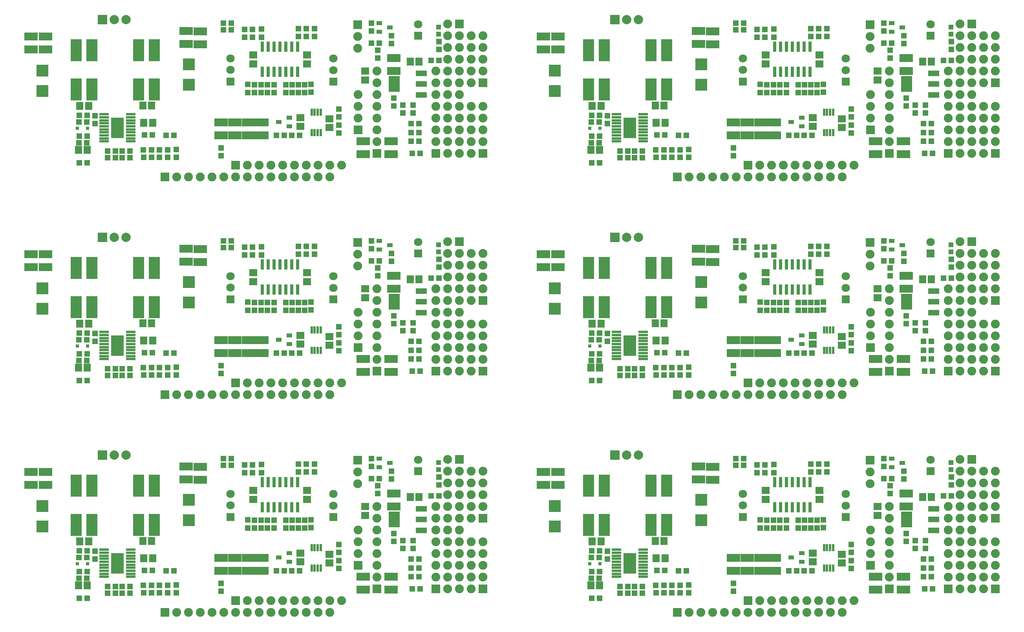
<source format=gbr>
G04 DipTrace 2.4.0.2*
%INTopMask.gbr*%
%MOIN*%
%ADD28R,0.0315X0.0315*%
%ADD31R,0.0709X0.0709*%
%ADD32C,0.0709*%
%ADD51R,0.0316X0.0867*%
%ADD53R,0.0237X0.0631*%
%ADD55R,0.0926X0.136*%
%ADD57R,0.0926X0.0454*%
%ADD59R,0.1064X0.1734*%
%ADD61R,0.0789X0.0237*%
%ADD63R,0.0926X0.1852*%
%ADD65R,0.0493X0.0336*%
%ADD69C,0.0789*%
%ADD70R,0.0789X0.0789*%
%ADD71C,0.0749*%
%ADD73R,0.0749X0.0749*%
%ADD75R,0.0395X0.0395*%
%ADD77R,0.1025X0.1025*%
%ADD79R,0.0474X0.0513*%
%ADD81R,0.0671X0.0592*%
%ADD83R,0.0592X0.0671*%
%ADD85R,0.1143X0.071*%
%ADD87R,0.0513X0.0474*%
%FSLAX44Y44*%
G04*
G70*
G90*
G75*
G01*
%LNTopMask*%
%LPD*%
D87*
X9363Y2639D3*
X10032D3*
D85*
X17750Y4551D3*
Y5654D3*
X18921Y4551D3*
Y5654D3*
X20079Y4557D3*
Y5659D3*
X21230Y4557D3*
Y5659D3*
D87*
X11192Y2681D3*
X11861D3*
D83*
X6408Y3310D3*
X5660D3*
D87*
X11174Y3323D3*
X11843D3*
D83*
X11207Y5626D3*
X11955D3*
D81*
X26957Y5957D3*
Y5209D3*
X24492Y5311D3*
Y6059D3*
D85*
X14785Y12300D3*
Y13402D3*
X16003Y12282D3*
Y13384D3*
D83*
X5764Y7059D3*
X6512D3*
X11118Y7067D3*
X11866D3*
D79*
X20598Y8189D3*
Y8858D3*
X20440Y12876D3*
Y13546D3*
D85*
X2854Y12933D3*
Y11831D3*
X1635Y12937D3*
Y11835D3*
D79*
X24869Y8189D3*
Y8858D3*
X25003Y12957D3*
Y13626D3*
D83*
X34567Y10827D3*
X33819D3*
D85*
X32437Y10002D3*
Y11104D3*
D79*
X33187Y7102D3*
Y6433D3*
D81*
X20507Y10626D3*
Y11374D3*
X25052Y10626D3*
Y11374D3*
D85*
X29813Y2938D3*
Y4040D3*
X32188Y2938D3*
Y4040D3*
D81*
X30000Y9250D3*
Y9998D3*
D77*
X2587Y10031D3*
Y8299D3*
X15013Y10567D3*
Y8835D3*
D28*
X6414Y5150D3*
X5548D3*
D75*
X36240Y13750D3*
Y13159D3*
D73*
X38000Y14000D3*
D71*
X37000D3*
X38000Y13000D3*
X37000D3*
X38000Y12000D3*
X37000D3*
X38000Y11000D3*
X37000D3*
X38000Y10000D3*
X37000D3*
X38000Y9000D3*
X37000D3*
X38000Y8000D3*
X37000D3*
X38000Y7000D3*
X37000D3*
X38000Y6000D3*
X37000D3*
X38000Y5000D3*
X37000D3*
X38000Y4000D3*
X37000D3*
X38000Y3000D3*
X37000D3*
D73*
X19000Y2000D3*
D71*
X20000D3*
X21000D3*
X22000D3*
X23000D3*
X24000D3*
X25000D3*
X26000D3*
X27000D3*
X28000D3*
D73*
X40000Y3000D3*
D71*
X39000D3*
X40000Y4000D3*
X39000D3*
X40000Y5000D3*
X39000D3*
X40000Y6000D3*
X39000D3*
X40000Y7000D3*
X39000D3*
D73*
X40000Y9000D3*
D71*
X39000D3*
X40000Y10000D3*
X39000D3*
X40000Y11000D3*
X39000D3*
X40000Y12000D3*
X39000D3*
X40000Y13000D3*
X39000D3*
D70*
X7681Y14374D3*
D69*
X8681D3*
X9681D3*
D31*
X18549Y9116D3*
D32*
Y10100D3*
Y11084D3*
D31*
X27284Y9112D3*
D32*
Y10096D3*
Y11080D3*
D31*
X34500Y13008D3*
D32*
Y13992D3*
D73*
X29366Y13945D3*
D71*
Y12945D3*
Y11945D3*
D73*
X29378Y5001D3*
D71*
Y6001D3*
Y7001D3*
Y8001D3*
D73*
X36000Y3000D3*
D71*
Y4000D3*
Y5000D3*
Y6000D3*
Y7000D3*
Y8000D3*
Y9000D3*
Y10000D3*
D73*
X31000Y3000D3*
D71*
Y4000D3*
Y5000D3*
Y6000D3*
Y7000D3*
Y8000D3*
Y9000D3*
Y10000D3*
D73*
X13000Y1000D3*
D71*
X14000D3*
X15000D3*
X16000D3*
X17000D3*
X18000D3*
X19000D3*
X20000D3*
X21000D3*
X22000D3*
X23000D3*
X24000D3*
X25000D3*
X26000D3*
X27000D3*
D65*
X31201Y14094D3*
Y13346D3*
X32106Y13720D3*
D87*
X8809Y3203D3*
X8140D3*
X8805Y2639D3*
X8136D3*
X10032Y3209D3*
X9363D3*
D79*
X13956Y3357D3*
Y2687D3*
D87*
X13212Y3306D3*
X12542D3*
X13210Y2690D3*
X12540D3*
X5699Y3908D3*
X6368D3*
X11250Y4596D3*
X11919D3*
X5711Y4494D3*
X6380D3*
X13757Y4550D3*
X13087D3*
X5705Y5674D3*
X6374D3*
X5719Y6261D3*
X6388D3*
X23750Y4562D3*
X24419D3*
X23125D3*
X22456D3*
D79*
X27753Y6126D3*
Y6795D3*
Y4750D3*
Y5420D3*
X21161Y8189D3*
Y8858D3*
X22260Y8189D3*
Y8858D3*
X20036Y8864D3*
Y8195D3*
X21190Y13564D3*
Y12895D3*
X21696Y8189D3*
Y8858D3*
X19752Y12876D3*
Y13546D3*
X24338Y8189D3*
Y8858D3*
X23252Y8189D3*
Y8858D3*
X25408Y8868D3*
Y8199D3*
X24315Y13608D3*
Y12939D3*
X23796Y8189D3*
Y8858D3*
X25690Y12939D3*
Y13608D3*
X31059Y11124D3*
Y11793D3*
D87*
X30522Y12372D3*
X31191D3*
X35591Y10906D3*
X36260D3*
D79*
X34062Y6451D3*
Y7120D3*
X32437Y7058D3*
Y7727D3*
X30541Y14094D3*
Y13425D3*
D87*
X18622Y13504D3*
X17953D3*
Y14094D3*
X18622D3*
X34000Y3000D3*
X34669D3*
X34563Y4063D3*
X33893D3*
D79*
X17756Y2815D3*
Y3484D3*
D87*
X34567Y4774D3*
X33898D3*
X34567Y5531D3*
X33898D3*
D79*
X32224Y12333D3*
Y13002D3*
X36250Y11841D3*
Y12510D3*
X7047Y6220D3*
Y5551D3*
D87*
X6398Y2224D3*
X5728D3*
D63*
X5445Y8441D3*
X6795D3*
Y11787D3*
X5445D3*
X10752Y8441D3*
X12102D3*
Y11787D3*
X10752D3*
D61*
X10105Y4031D3*
Y4287D3*
Y4543D3*
Y4799D3*
Y5055D3*
Y5311D3*
Y5567D3*
Y5823D3*
Y6079D3*
Y6335D3*
X7822D3*
Y6079D3*
Y5823D3*
Y5567D3*
Y5311D3*
Y5055D3*
Y4799D3*
Y4543D3*
Y4287D3*
Y4031D3*
D59*
X8964Y5183D3*
D57*
X34750Y7995D3*
Y8901D3*
Y9806D3*
D55*
X32467Y8901D3*
D53*
X25449Y4768D3*
X25705D3*
X25961D3*
X26217D3*
Y6500D3*
X25961D3*
X25705D3*
X25449D3*
D65*
X23565Y5313D3*
Y6061D3*
X22659Y5687D3*
D51*
X21252Y9939D3*
X21752D3*
X22252D3*
X22752D3*
X23252D3*
X23752D3*
X24252D3*
Y12065D3*
X23752D3*
X23252D3*
X22752D3*
X22252D3*
X21752D3*
X21252D3*
D87*
X52863Y2639D3*
X53532D3*
D85*
X61250Y4551D3*
Y5654D3*
X62421Y4551D3*
Y5654D3*
X63579Y4557D3*
Y5659D3*
X64730Y4557D3*
Y5659D3*
D87*
X54692Y2681D3*
X55361D3*
D83*
X49908Y3310D3*
X49160D3*
D87*
X54674Y3323D3*
X55343D3*
D83*
X54707Y5626D3*
X55455D3*
D81*
X70457Y5957D3*
Y5209D3*
X67992Y5311D3*
Y6059D3*
D85*
X58285Y12300D3*
Y13402D3*
X59503Y12282D3*
Y13384D3*
D83*
X49264Y7059D3*
X50012D3*
X54618Y7067D3*
X55366D3*
D79*
X64098Y8189D3*
Y8858D3*
X63940Y12876D3*
Y13546D3*
D85*
X46354Y12933D3*
Y11831D3*
X45135Y12937D3*
Y11835D3*
D79*
X68369Y8189D3*
Y8858D3*
X68503Y12957D3*
Y13626D3*
D83*
X78067Y10827D3*
X77319D3*
D85*
X75937Y10002D3*
Y11104D3*
D79*
X76687Y7102D3*
Y6433D3*
D81*
X64007Y10626D3*
Y11374D3*
X68552Y10626D3*
Y11374D3*
D85*
X73313Y2938D3*
Y4040D3*
X75688Y2938D3*
Y4040D3*
D81*
X73500Y9250D3*
Y9998D3*
D77*
X46087Y10031D3*
Y8299D3*
X58513Y10567D3*
Y8835D3*
D28*
X49914Y5150D3*
X49048D3*
D75*
X79740Y13750D3*
Y13159D3*
D73*
X81500Y14000D3*
D71*
X80500D3*
X81500Y13000D3*
X80500D3*
X81500Y12000D3*
X80500D3*
X81500Y11000D3*
X80500D3*
X81500Y10000D3*
X80500D3*
X81500Y9000D3*
X80500D3*
X81500Y8000D3*
X80500D3*
X81500Y7000D3*
X80500D3*
X81500Y6000D3*
X80500D3*
X81500Y5000D3*
X80500D3*
X81500Y4000D3*
X80500D3*
X81500Y3000D3*
X80500D3*
D73*
X62500Y2000D3*
D71*
X63500D3*
X64500D3*
X65500D3*
X66500D3*
X67500D3*
X68500D3*
X69500D3*
X70500D3*
X71500D3*
D73*
X83500Y3000D3*
D71*
X82500D3*
X83500Y4000D3*
X82500D3*
X83500Y5000D3*
X82500D3*
X83500Y6000D3*
X82500D3*
X83500Y7000D3*
X82500D3*
D73*
X83500Y9000D3*
D71*
X82500D3*
X83500Y10000D3*
X82500D3*
X83500Y11000D3*
X82500D3*
X83500Y12000D3*
X82500D3*
X83500Y13000D3*
X82500D3*
D70*
X51181Y14374D3*
D69*
X52181D3*
X53181D3*
D31*
X62049Y9116D3*
D32*
Y10100D3*
Y11084D3*
D31*
X70784Y9112D3*
D32*
Y10096D3*
Y11080D3*
D31*
X78000Y13008D3*
D32*
Y13992D3*
D73*
X72866Y13945D3*
D71*
Y12945D3*
Y11945D3*
D73*
X72878Y5001D3*
D71*
Y6001D3*
Y7001D3*
Y8001D3*
D73*
X79500Y3000D3*
D71*
Y4000D3*
Y5000D3*
Y6000D3*
Y7000D3*
Y8000D3*
Y9000D3*
Y10000D3*
D73*
X74500Y3000D3*
D71*
Y4000D3*
Y5000D3*
Y6000D3*
Y7000D3*
Y8000D3*
Y9000D3*
Y10000D3*
D73*
X56500Y1000D3*
D71*
X57500D3*
X58500D3*
X59500D3*
X60500D3*
X61500D3*
X62500D3*
X63500D3*
X64500D3*
X65500D3*
X66500D3*
X67500D3*
X68500D3*
X69500D3*
X70500D3*
D65*
X74701Y14094D3*
Y13346D3*
X75606Y13720D3*
D87*
X52309Y3203D3*
X51640D3*
X52305Y2639D3*
X51636D3*
X53532Y3209D3*
X52863D3*
D79*
X57456Y3357D3*
Y2687D3*
D87*
X56712Y3306D3*
X56042D3*
X56710Y2690D3*
X56040D3*
X49199Y3908D3*
X49868D3*
X54750Y4596D3*
X55419D3*
X49211Y4494D3*
X49880D3*
X57257Y4550D3*
X56587D3*
X49205Y5674D3*
X49874D3*
X49219Y6261D3*
X49888D3*
X67250Y4562D3*
X67919D3*
X66625D3*
X65956D3*
D79*
X71253Y6126D3*
Y6795D3*
Y4750D3*
Y5420D3*
X64661Y8189D3*
Y8858D3*
X65760Y8189D3*
Y8858D3*
X63536Y8864D3*
Y8195D3*
X64690Y13564D3*
Y12895D3*
X65196Y8189D3*
Y8858D3*
X63252Y12876D3*
Y13546D3*
X67838Y8189D3*
Y8858D3*
X66752Y8189D3*
Y8858D3*
X68908Y8868D3*
Y8199D3*
X67815Y13608D3*
Y12939D3*
X67296Y8189D3*
Y8858D3*
X69190Y12939D3*
Y13608D3*
X74559Y11124D3*
Y11793D3*
D87*
X74022Y12372D3*
X74691D3*
X79091Y10906D3*
X79760D3*
D79*
X77562Y6451D3*
Y7120D3*
X75937Y7058D3*
Y7727D3*
X74041Y14094D3*
Y13425D3*
D87*
X62122Y13504D3*
X61453D3*
Y14094D3*
X62122D3*
X77500Y3000D3*
X78169D3*
X78063Y4063D3*
X77393D3*
D79*
X61256Y2815D3*
Y3484D3*
D87*
X78067Y4774D3*
X77398D3*
X78067Y5531D3*
X77398D3*
D79*
X75724Y12333D3*
Y13002D3*
X79750Y11841D3*
Y12510D3*
X50547Y6220D3*
Y5551D3*
D87*
X49898Y2224D3*
X49228D3*
D63*
X48945Y8441D3*
X50295D3*
Y11787D3*
X48945D3*
X54252Y8441D3*
X55602D3*
Y11787D3*
X54252D3*
D61*
X53605Y4031D3*
Y4287D3*
Y4543D3*
Y4799D3*
Y5055D3*
Y5311D3*
Y5567D3*
Y5823D3*
Y6079D3*
Y6335D3*
X51322D3*
Y6079D3*
Y5823D3*
Y5567D3*
Y5311D3*
Y5055D3*
Y4799D3*
Y4543D3*
Y4287D3*
Y4031D3*
D59*
X52464Y5183D3*
D57*
X78250Y7995D3*
Y8901D3*
Y9806D3*
D55*
X75967Y8901D3*
D53*
X68949Y4768D3*
X69205D3*
X69461D3*
X69717D3*
Y6500D3*
X69461D3*
X69205D3*
X68949D3*
D65*
X67065Y5313D3*
Y6061D3*
X66159Y5687D3*
D51*
X64752Y9939D3*
X65252D3*
X65752D3*
X66252D3*
X66752D3*
X67252D3*
X67752D3*
Y12065D3*
X67252D3*
X66752D3*
X66252D3*
X65752D3*
X65252D3*
X64752D3*
D87*
X9363Y21139D3*
X10032D3*
D85*
X17750Y23051D3*
Y24154D3*
X18921Y23051D3*
Y24154D3*
X20079Y23057D3*
Y24159D3*
X21230Y23057D3*
Y24159D3*
D87*
X11192Y21181D3*
X11861D3*
D83*
X6408Y21810D3*
X5660D3*
D87*
X11174Y21823D3*
X11843D3*
D83*
X11207Y24126D3*
X11955D3*
D81*
X26957Y24457D3*
Y23709D3*
X24492Y23811D3*
Y24559D3*
D85*
X14785Y30800D3*
Y31902D3*
X16003Y30782D3*
Y31884D3*
D83*
X5764Y25559D3*
X6512D3*
X11118Y25567D3*
X11866D3*
D79*
X20598Y26689D3*
Y27358D3*
X20440Y31376D3*
Y32046D3*
D85*
X2854Y31433D3*
Y30331D3*
X1635Y31437D3*
Y30335D3*
D79*
X24869Y26689D3*
Y27358D3*
X25003Y31457D3*
Y32126D3*
D83*
X34567Y29327D3*
X33819D3*
D85*
X32437Y28502D3*
Y29604D3*
D79*
X33187Y25602D3*
Y24933D3*
D81*
X20507Y29126D3*
Y29874D3*
X25052Y29126D3*
Y29874D3*
D85*
X29813Y21438D3*
Y22540D3*
X32188Y21438D3*
Y22540D3*
D81*
X30000Y27750D3*
Y28498D3*
D77*
X2587Y28531D3*
Y26799D3*
X15013Y29067D3*
Y27335D3*
D28*
X6414Y23650D3*
X5548D3*
D75*
X36240Y32250D3*
Y31659D3*
D73*
X38000Y32500D3*
D71*
X37000D3*
X38000Y31500D3*
X37000D3*
X38000Y30500D3*
X37000D3*
X38000Y29500D3*
X37000D3*
X38000Y28500D3*
X37000D3*
X38000Y27500D3*
X37000D3*
X38000Y26500D3*
X37000D3*
X38000Y25500D3*
X37000D3*
X38000Y24500D3*
X37000D3*
X38000Y23500D3*
X37000D3*
X38000Y22500D3*
X37000D3*
X38000Y21500D3*
X37000D3*
D73*
X19000Y20500D3*
D71*
X20000D3*
X21000D3*
X22000D3*
X23000D3*
X24000D3*
X25000D3*
X26000D3*
X27000D3*
X28000D3*
D73*
X40000Y21500D3*
D71*
X39000D3*
X40000Y22500D3*
X39000D3*
X40000Y23500D3*
X39000D3*
X40000Y24500D3*
X39000D3*
X40000Y25500D3*
X39000D3*
D73*
X40000Y27500D3*
D71*
X39000D3*
X40000Y28500D3*
X39000D3*
X40000Y29500D3*
X39000D3*
X40000Y30500D3*
X39000D3*
X40000Y31500D3*
X39000D3*
D70*
X7681Y32874D3*
D69*
X8681D3*
X9681D3*
D31*
X18549Y27616D3*
D32*
Y28600D3*
Y29584D3*
D31*
X27284Y27612D3*
D32*
Y28596D3*
Y29580D3*
D31*
X34500Y31508D3*
D32*
Y32492D3*
D73*
X29366Y32445D3*
D71*
Y31445D3*
Y30445D3*
D73*
X29378Y23501D3*
D71*
Y24501D3*
Y25501D3*
Y26501D3*
D73*
X36000Y21500D3*
D71*
Y22500D3*
Y23500D3*
Y24500D3*
Y25500D3*
Y26500D3*
Y27500D3*
Y28500D3*
D73*
X31000Y21500D3*
D71*
Y22500D3*
Y23500D3*
Y24500D3*
Y25500D3*
Y26500D3*
Y27500D3*
Y28500D3*
D73*
X13000Y19500D3*
D71*
X14000D3*
X15000D3*
X16000D3*
X17000D3*
X18000D3*
X19000D3*
X20000D3*
X21000D3*
X22000D3*
X23000D3*
X24000D3*
X25000D3*
X26000D3*
X27000D3*
D65*
X31201Y32594D3*
Y31846D3*
X32106Y32220D3*
D87*
X8809Y21703D3*
X8140D3*
X8805Y21139D3*
X8136D3*
X10032Y21709D3*
X9363D3*
D79*
X13956Y21857D3*
Y21187D3*
D87*
X13212Y21806D3*
X12542D3*
X13210Y21190D3*
X12540D3*
X5699Y22408D3*
X6368D3*
X11250Y23096D3*
X11919D3*
X5711Y22994D3*
X6380D3*
X13757Y23050D3*
X13087D3*
X5705Y24174D3*
X6374D3*
X5719Y24761D3*
X6388D3*
X23750Y23062D3*
X24419D3*
X23125D3*
X22456D3*
D79*
X27753Y24626D3*
Y25295D3*
Y23250D3*
Y23920D3*
X21161Y26689D3*
Y27358D3*
X22260Y26689D3*
Y27358D3*
X20036Y27364D3*
Y26695D3*
X21190Y32064D3*
Y31395D3*
X21696Y26689D3*
Y27358D3*
X19752Y31376D3*
Y32046D3*
X24338Y26689D3*
Y27358D3*
X23252Y26689D3*
Y27358D3*
X25408Y27368D3*
Y26699D3*
X24315Y32108D3*
Y31439D3*
X23796Y26689D3*
Y27358D3*
X25690Y31439D3*
Y32108D3*
X31059Y29624D3*
Y30293D3*
D87*
X30522Y30872D3*
X31191D3*
X35591Y29406D3*
X36260D3*
D79*
X34062Y24951D3*
Y25620D3*
X32437Y25558D3*
Y26227D3*
X30541Y32594D3*
Y31925D3*
D87*
X18622Y32004D3*
X17953D3*
Y32594D3*
X18622D3*
X34000Y21500D3*
X34669D3*
X34563Y22563D3*
X33893D3*
D79*
X17756Y21315D3*
Y21984D3*
D87*
X34567Y23274D3*
X33898D3*
X34567Y24031D3*
X33898D3*
D79*
X32224Y30833D3*
Y31502D3*
X36250Y30341D3*
Y31010D3*
X7047Y24720D3*
Y24051D3*
D87*
X6398Y20724D3*
X5728D3*
D63*
X5445Y26941D3*
X6795D3*
Y30287D3*
X5445D3*
X10752Y26941D3*
X12102D3*
Y30287D3*
X10752D3*
D61*
X10105Y22531D3*
Y22787D3*
Y23043D3*
Y23299D3*
Y23555D3*
Y23811D3*
Y24067D3*
Y24323D3*
Y24579D3*
Y24835D3*
X7822D3*
Y24579D3*
Y24323D3*
Y24067D3*
Y23811D3*
Y23555D3*
Y23299D3*
Y23043D3*
Y22787D3*
Y22531D3*
D59*
X8964Y23683D3*
D57*
X34750Y26495D3*
Y27401D3*
Y28306D3*
D55*
X32467Y27401D3*
D53*
X25449Y23268D3*
X25705D3*
X25961D3*
X26217D3*
Y25000D3*
X25961D3*
X25705D3*
X25449D3*
D65*
X23565Y23813D3*
Y24561D3*
X22659Y24187D3*
D51*
X21252Y28439D3*
X21752D3*
X22252D3*
X22752D3*
X23252D3*
X23752D3*
X24252D3*
Y30565D3*
X23752D3*
X23252D3*
X22752D3*
X22252D3*
X21752D3*
X21252D3*
D87*
X52863Y21139D3*
X53532D3*
D85*
X61250Y23051D3*
Y24154D3*
X62421Y23051D3*
Y24154D3*
X63579Y23057D3*
Y24159D3*
X64730Y23057D3*
Y24159D3*
D87*
X54692Y21181D3*
X55361D3*
D83*
X49908Y21810D3*
X49160D3*
D87*
X54674Y21823D3*
X55343D3*
D83*
X54707Y24126D3*
X55455D3*
D81*
X70457Y24457D3*
Y23709D3*
X67992Y23811D3*
Y24559D3*
D85*
X58285Y30800D3*
Y31902D3*
X59503Y30782D3*
Y31884D3*
D83*
X49264Y25559D3*
X50012D3*
X54618Y25567D3*
X55366D3*
D79*
X64098Y26689D3*
Y27358D3*
X63940Y31376D3*
Y32046D3*
D85*
X46354Y31433D3*
Y30331D3*
X45135Y31437D3*
Y30335D3*
D79*
X68369Y26689D3*
Y27358D3*
X68503Y31457D3*
Y32126D3*
D83*
X78067Y29327D3*
X77319D3*
D85*
X75937Y28502D3*
Y29604D3*
D79*
X76687Y25602D3*
Y24933D3*
D81*
X64007Y29126D3*
Y29874D3*
X68552Y29126D3*
Y29874D3*
D85*
X73313Y21438D3*
Y22540D3*
X75688Y21438D3*
Y22540D3*
D81*
X73500Y27750D3*
Y28498D3*
D77*
X46087Y28531D3*
Y26799D3*
X58513Y29067D3*
Y27335D3*
D28*
X49914Y23650D3*
X49048D3*
D75*
X79740Y32250D3*
Y31659D3*
D73*
X81500Y32500D3*
D71*
X80500D3*
X81500Y31500D3*
X80500D3*
X81500Y30500D3*
X80500D3*
X81500Y29500D3*
X80500D3*
X81500Y28500D3*
X80500D3*
X81500Y27500D3*
X80500D3*
X81500Y26500D3*
X80500D3*
X81500Y25500D3*
X80500D3*
X81500Y24500D3*
X80500D3*
X81500Y23500D3*
X80500D3*
X81500Y22500D3*
X80500D3*
X81500Y21500D3*
X80500D3*
D73*
X62500Y20500D3*
D71*
X63500D3*
X64500D3*
X65500D3*
X66500D3*
X67500D3*
X68500D3*
X69500D3*
X70500D3*
X71500D3*
D73*
X83500Y21500D3*
D71*
X82500D3*
X83500Y22500D3*
X82500D3*
X83500Y23500D3*
X82500D3*
X83500Y24500D3*
X82500D3*
X83500Y25500D3*
X82500D3*
D73*
X83500Y27500D3*
D71*
X82500D3*
X83500Y28500D3*
X82500D3*
X83500Y29500D3*
X82500D3*
X83500Y30500D3*
X82500D3*
X83500Y31500D3*
X82500D3*
D70*
X51181Y32874D3*
D69*
X52181D3*
X53181D3*
D31*
X62049Y27616D3*
D32*
Y28600D3*
Y29584D3*
D31*
X70784Y27612D3*
D32*
Y28596D3*
Y29580D3*
D31*
X78000Y31508D3*
D32*
Y32492D3*
D73*
X72866Y32445D3*
D71*
Y31445D3*
Y30445D3*
D73*
X72878Y23501D3*
D71*
Y24501D3*
Y25501D3*
Y26501D3*
D73*
X79500Y21500D3*
D71*
Y22500D3*
Y23500D3*
Y24500D3*
Y25500D3*
Y26500D3*
Y27500D3*
Y28500D3*
D73*
X74500Y21500D3*
D71*
Y22500D3*
Y23500D3*
Y24500D3*
Y25500D3*
Y26500D3*
Y27500D3*
Y28500D3*
D73*
X56500Y19500D3*
D71*
X57500D3*
X58500D3*
X59500D3*
X60500D3*
X61500D3*
X62500D3*
X63500D3*
X64500D3*
X65500D3*
X66500D3*
X67500D3*
X68500D3*
X69500D3*
X70500D3*
D65*
X74701Y32594D3*
Y31846D3*
X75606Y32220D3*
D87*
X52309Y21703D3*
X51640D3*
X52305Y21139D3*
X51636D3*
X53532Y21709D3*
X52863D3*
D79*
X57456Y21857D3*
Y21187D3*
D87*
X56712Y21806D3*
X56042D3*
X56710Y21190D3*
X56040D3*
X49199Y22408D3*
X49868D3*
X54750Y23096D3*
X55419D3*
X49211Y22994D3*
X49880D3*
X57257Y23050D3*
X56587D3*
X49205Y24174D3*
X49874D3*
X49219Y24761D3*
X49888D3*
X67250Y23062D3*
X67919D3*
X66625D3*
X65956D3*
D79*
X71253Y24626D3*
Y25295D3*
Y23250D3*
Y23920D3*
X64661Y26689D3*
Y27358D3*
X65760Y26689D3*
Y27358D3*
X63536Y27364D3*
Y26695D3*
X64690Y32064D3*
Y31395D3*
X65196Y26689D3*
Y27358D3*
X63252Y31376D3*
Y32046D3*
X67838Y26689D3*
Y27358D3*
X66752Y26689D3*
Y27358D3*
X68908Y27368D3*
Y26699D3*
X67815Y32108D3*
Y31439D3*
X67296Y26689D3*
Y27358D3*
X69190Y31439D3*
Y32108D3*
X74559Y29624D3*
Y30293D3*
D87*
X74022Y30872D3*
X74691D3*
X79091Y29406D3*
X79760D3*
D79*
X77562Y24951D3*
Y25620D3*
X75937Y25558D3*
Y26227D3*
X74041Y32594D3*
Y31925D3*
D87*
X62122Y32004D3*
X61453D3*
Y32594D3*
X62122D3*
X77500Y21500D3*
X78169D3*
X78063Y22563D3*
X77393D3*
D79*
X61256Y21315D3*
Y21984D3*
D87*
X78067Y23274D3*
X77398D3*
X78067Y24031D3*
X77398D3*
D79*
X75724Y30833D3*
Y31502D3*
X79750Y30341D3*
Y31010D3*
X50547Y24720D3*
Y24051D3*
D87*
X49898Y20724D3*
X49228D3*
D63*
X48945Y26941D3*
X50295D3*
Y30287D3*
X48945D3*
X54252Y26941D3*
X55602D3*
Y30287D3*
X54252D3*
D61*
X53605Y22531D3*
Y22787D3*
Y23043D3*
Y23299D3*
Y23555D3*
Y23811D3*
Y24067D3*
Y24323D3*
Y24579D3*
Y24835D3*
X51322D3*
Y24579D3*
Y24323D3*
Y24067D3*
Y23811D3*
Y23555D3*
Y23299D3*
Y23043D3*
Y22787D3*
Y22531D3*
D59*
X52464Y23683D3*
D57*
X78250Y26495D3*
Y27401D3*
Y28306D3*
D55*
X75967Y27401D3*
D53*
X68949Y23268D3*
X69205D3*
X69461D3*
X69717D3*
Y25000D3*
X69461D3*
X69205D3*
X68949D3*
D65*
X67065Y23813D3*
Y24561D3*
X66159Y24187D3*
D51*
X64752Y28439D3*
X65252D3*
X65752D3*
X66252D3*
X66752D3*
X67252D3*
X67752D3*
Y30565D3*
X67252D3*
X66752D3*
X66252D3*
X65752D3*
X65252D3*
X64752D3*
D87*
X9363Y39639D3*
X10032D3*
D85*
X17750Y41551D3*
Y42654D3*
X18921Y41551D3*
Y42654D3*
X20079Y41557D3*
Y42659D3*
X21230Y41557D3*
Y42659D3*
D87*
X11192Y39681D3*
X11861D3*
D83*
X6408Y40310D3*
X5660D3*
D87*
X11174Y40323D3*
X11843D3*
D83*
X11207Y42626D3*
X11955D3*
D81*
X26957Y42957D3*
Y42209D3*
X24492Y42311D3*
Y43059D3*
D85*
X14785Y49300D3*
Y50402D3*
X16003Y49282D3*
Y50384D3*
D83*
X5764Y44059D3*
X6512D3*
X11118Y44067D3*
X11866D3*
D79*
X20598Y45189D3*
Y45858D3*
X20440Y49876D3*
Y50546D3*
D85*
X2854Y49933D3*
Y48831D3*
X1635Y49937D3*
Y48835D3*
D79*
X24869Y45189D3*
Y45858D3*
X25003Y49957D3*
Y50626D3*
D83*
X34567Y47827D3*
X33819D3*
D85*
X32437Y47002D3*
Y48104D3*
D79*
X33187Y44102D3*
Y43433D3*
D81*
X20507Y47626D3*
Y48374D3*
X25052Y47626D3*
Y48374D3*
D85*
X29813Y39938D3*
Y41040D3*
X32188Y39938D3*
Y41040D3*
D81*
X30000Y46250D3*
Y46998D3*
D77*
X2587Y47031D3*
Y45299D3*
X15013Y47567D3*
Y45835D3*
D28*
X6414Y42150D3*
X5548D3*
D75*
X36240Y50750D3*
Y50159D3*
D73*
X38000Y51000D3*
D71*
X37000D3*
X38000Y50000D3*
X37000D3*
X38000Y49000D3*
X37000D3*
X38000Y48000D3*
X37000D3*
X38000Y47000D3*
X37000D3*
X38000Y46000D3*
X37000D3*
X38000Y45000D3*
X37000D3*
X38000Y44000D3*
X37000D3*
X38000Y43000D3*
X37000D3*
X38000Y42000D3*
X37000D3*
X38000Y41000D3*
X37000D3*
X38000Y40000D3*
X37000D3*
D73*
X19000Y39000D3*
D71*
X20000D3*
X21000D3*
X22000D3*
X23000D3*
X24000D3*
X25000D3*
X26000D3*
X27000D3*
X28000D3*
D73*
X40000Y40000D3*
D71*
X39000D3*
X40000Y41000D3*
X39000D3*
X40000Y42000D3*
X39000D3*
X40000Y43000D3*
X39000D3*
X40000Y44000D3*
X39000D3*
D73*
X40000Y46000D3*
D71*
X39000D3*
X40000Y47000D3*
X39000D3*
X40000Y48000D3*
X39000D3*
X40000Y49000D3*
X39000D3*
X40000Y50000D3*
X39000D3*
D70*
X7681Y51374D3*
D69*
X8681D3*
X9681D3*
D31*
X18549Y46116D3*
D32*
Y47100D3*
Y48084D3*
D31*
X27284Y46112D3*
D32*
Y47096D3*
Y48080D3*
D31*
X34500Y50008D3*
D32*
Y50992D3*
D73*
X29366Y50945D3*
D71*
Y49945D3*
Y48945D3*
D73*
X29378Y42001D3*
D71*
Y43001D3*
Y44001D3*
Y45001D3*
D73*
X36000Y40000D3*
D71*
Y41000D3*
Y42000D3*
Y43000D3*
Y44000D3*
Y45000D3*
Y46000D3*
Y47000D3*
D73*
X31000Y40000D3*
D71*
Y41000D3*
Y42000D3*
Y43000D3*
Y44000D3*
Y45000D3*
Y46000D3*
Y47000D3*
D73*
X13000Y38000D3*
D71*
X14000D3*
X15000D3*
X16000D3*
X17000D3*
X18000D3*
X19000D3*
X20000D3*
X21000D3*
X22000D3*
X23000D3*
X24000D3*
X25000D3*
X26000D3*
X27000D3*
D65*
X31201Y51094D3*
Y50346D3*
X32106Y50720D3*
D87*
X8809Y40203D3*
X8140D3*
X8805Y39639D3*
X8136D3*
X10032Y40209D3*
X9363D3*
D79*
X13956Y40357D3*
Y39687D3*
D87*
X13212Y40306D3*
X12542D3*
X13210Y39690D3*
X12540D3*
X5699Y40908D3*
X6368D3*
X11250Y41596D3*
X11919D3*
X5711Y41494D3*
X6380D3*
X13757Y41550D3*
X13087D3*
X5705Y42674D3*
X6374D3*
X5719Y43261D3*
X6388D3*
X23750Y41562D3*
X24419D3*
X23125D3*
X22456D3*
D79*
X27753Y43126D3*
Y43795D3*
Y41750D3*
Y42420D3*
X21161Y45189D3*
Y45858D3*
X22260Y45189D3*
Y45858D3*
X20036Y45864D3*
Y45195D3*
X21190Y50564D3*
Y49895D3*
X21696Y45189D3*
Y45858D3*
X19752Y49876D3*
Y50546D3*
X24338Y45189D3*
Y45858D3*
X23252Y45189D3*
Y45858D3*
X25408Y45868D3*
Y45199D3*
X24315Y50608D3*
Y49939D3*
X23796Y45189D3*
Y45858D3*
X25690Y49939D3*
Y50608D3*
X31059Y48124D3*
Y48793D3*
D87*
X30522Y49372D3*
X31191D3*
X35591Y47906D3*
X36260D3*
D79*
X34062Y43451D3*
Y44120D3*
X32437Y44058D3*
Y44727D3*
X30541Y51094D3*
Y50425D3*
D87*
X18622Y50504D3*
X17953D3*
Y51094D3*
X18622D3*
X34000Y40000D3*
X34669D3*
X34563Y41063D3*
X33893D3*
D79*
X17756Y39815D3*
Y40484D3*
D87*
X34567Y41774D3*
X33898D3*
X34567Y42531D3*
X33898D3*
D79*
X32224Y49333D3*
Y50002D3*
X36250Y48841D3*
Y49510D3*
X7047Y43220D3*
Y42551D3*
D87*
X6398Y39224D3*
X5728D3*
D63*
X5445Y45441D3*
X6795D3*
Y48787D3*
X5445D3*
X10752Y45441D3*
X12102D3*
Y48787D3*
X10752D3*
D61*
X10105Y41031D3*
Y41287D3*
Y41543D3*
Y41799D3*
Y42055D3*
Y42311D3*
Y42567D3*
Y42823D3*
Y43079D3*
Y43335D3*
X7822D3*
Y43079D3*
Y42823D3*
Y42567D3*
Y42311D3*
Y42055D3*
Y41799D3*
Y41543D3*
Y41287D3*
Y41031D3*
D59*
X8964Y42183D3*
D57*
X34750Y44995D3*
Y45901D3*
Y46806D3*
D55*
X32467Y45901D3*
D53*
X25449Y41768D3*
X25705D3*
X25961D3*
X26217D3*
Y43500D3*
X25961D3*
X25705D3*
X25449D3*
D65*
X23565Y42313D3*
Y43061D3*
X22659Y42687D3*
D51*
X21252Y46939D3*
X21752D3*
X22252D3*
X22752D3*
X23252D3*
X23752D3*
X24252D3*
Y49065D3*
X23752D3*
X23252D3*
X22752D3*
X22252D3*
X21752D3*
X21252D3*
D87*
X52863Y39639D3*
X53532D3*
D85*
X61250Y41551D3*
Y42654D3*
X62421Y41551D3*
Y42654D3*
X63579Y41557D3*
Y42659D3*
X64730Y41557D3*
Y42659D3*
D87*
X54692Y39681D3*
X55361D3*
D83*
X49908Y40310D3*
X49160D3*
D87*
X54674Y40323D3*
X55343D3*
D83*
X54707Y42626D3*
X55455D3*
D81*
X70457Y42957D3*
Y42209D3*
X67992Y42311D3*
Y43059D3*
D85*
X58285Y49300D3*
Y50402D3*
X59503Y49282D3*
Y50384D3*
D83*
X49264Y44059D3*
X50012D3*
X54618Y44067D3*
X55366D3*
D79*
X64098Y45189D3*
Y45858D3*
X63940Y49876D3*
Y50546D3*
D85*
X46354Y49933D3*
Y48831D3*
X45135Y49937D3*
Y48835D3*
D79*
X68369Y45189D3*
Y45858D3*
X68503Y49957D3*
Y50626D3*
D83*
X78067Y47827D3*
X77319D3*
D85*
X75937Y47002D3*
Y48104D3*
D79*
X76687Y44102D3*
Y43433D3*
D81*
X64007Y47626D3*
Y48374D3*
X68552Y47626D3*
Y48374D3*
D85*
X73313Y39938D3*
Y41040D3*
X75688Y39938D3*
Y41040D3*
D81*
X73500Y46250D3*
Y46998D3*
D77*
X46087Y47031D3*
Y45299D3*
X58513Y47567D3*
Y45835D3*
D28*
X49914Y42150D3*
X49048D3*
D75*
X79740Y50750D3*
Y50159D3*
D73*
X81500Y51000D3*
D71*
X80500D3*
X81500Y50000D3*
X80500D3*
X81500Y49000D3*
X80500D3*
X81500Y48000D3*
X80500D3*
X81500Y47000D3*
X80500D3*
X81500Y46000D3*
X80500D3*
X81500Y45000D3*
X80500D3*
X81500Y44000D3*
X80500D3*
X81500Y43000D3*
X80500D3*
X81500Y42000D3*
X80500D3*
X81500Y41000D3*
X80500D3*
X81500Y40000D3*
X80500D3*
D73*
X62500Y39000D3*
D71*
X63500D3*
X64500D3*
X65500D3*
X66500D3*
X67500D3*
X68500D3*
X69500D3*
X70500D3*
X71500D3*
D73*
X83500Y40000D3*
D71*
X82500D3*
X83500Y41000D3*
X82500D3*
X83500Y42000D3*
X82500D3*
X83500Y43000D3*
X82500D3*
X83500Y44000D3*
X82500D3*
D73*
X83500Y46000D3*
D71*
X82500D3*
X83500Y47000D3*
X82500D3*
X83500Y48000D3*
X82500D3*
X83500Y49000D3*
X82500D3*
X83500Y50000D3*
X82500D3*
D70*
X51181Y51374D3*
D69*
X52181D3*
X53181D3*
D31*
X62049Y46116D3*
D32*
Y47100D3*
Y48084D3*
D31*
X70784Y46112D3*
D32*
Y47096D3*
Y48080D3*
D31*
X78000Y50008D3*
D32*
Y50992D3*
D73*
X72866Y50945D3*
D71*
Y49945D3*
Y48945D3*
D73*
X72878Y42001D3*
D71*
Y43001D3*
Y44001D3*
Y45001D3*
D73*
X79500Y40000D3*
D71*
Y41000D3*
Y42000D3*
Y43000D3*
Y44000D3*
Y45000D3*
Y46000D3*
Y47000D3*
D73*
X74500Y40000D3*
D71*
Y41000D3*
Y42000D3*
Y43000D3*
Y44000D3*
Y45000D3*
Y46000D3*
Y47000D3*
D73*
X56500Y38000D3*
D71*
X57500D3*
X58500D3*
X59500D3*
X60500D3*
X61500D3*
X62500D3*
X63500D3*
X64500D3*
X65500D3*
X66500D3*
X67500D3*
X68500D3*
X69500D3*
X70500D3*
D65*
X74701Y51094D3*
Y50346D3*
X75606Y50720D3*
D87*
X52309Y40203D3*
X51640D3*
X52305Y39639D3*
X51636D3*
X53532Y40209D3*
X52863D3*
D79*
X57456Y40357D3*
Y39687D3*
D87*
X56712Y40306D3*
X56042D3*
X56710Y39690D3*
X56040D3*
X49199Y40908D3*
X49868D3*
X54750Y41596D3*
X55419D3*
X49211Y41494D3*
X49880D3*
X57257Y41550D3*
X56587D3*
X49205Y42674D3*
X49874D3*
X49219Y43261D3*
X49888D3*
X67250Y41562D3*
X67919D3*
X66625D3*
X65956D3*
D79*
X71253Y43126D3*
Y43795D3*
Y41750D3*
Y42420D3*
X64661Y45189D3*
Y45858D3*
X65760Y45189D3*
Y45858D3*
X63536Y45864D3*
Y45195D3*
X64690Y50564D3*
Y49895D3*
X65196Y45189D3*
Y45858D3*
X63252Y49876D3*
Y50546D3*
X67838Y45189D3*
Y45858D3*
X66752Y45189D3*
Y45858D3*
X68908Y45868D3*
Y45199D3*
X67815Y50608D3*
Y49939D3*
X67296Y45189D3*
Y45858D3*
X69190Y49939D3*
Y50608D3*
X74559Y48124D3*
Y48793D3*
D87*
X74022Y49372D3*
X74691D3*
X79091Y47906D3*
X79760D3*
D79*
X77562Y43451D3*
Y44120D3*
X75937Y44058D3*
Y44727D3*
X74041Y51094D3*
Y50425D3*
D87*
X62122Y50504D3*
X61453D3*
Y51094D3*
X62122D3*
X77500Y40000D3*
X78169D3*
X78063Y41063D3*
X77393D3*
D79*
X61256Y39815D3*
Y40484D3*
D87*
X78067Y41774D3*
X77398D3*
X78067Y42531D3*
X77398D3*
D79*
X75724Y49333D3*
Y50002D3*
X79750Y48841D3*
Y49510D3*
X50547Y43220D3*
Y42551D3*
D87*
X49898Y39224D3*
X49228D3*
D63*
X48945Y45441D3*
X50295D3*
Y48787D3*
X48945D3*
X54252Y45441D3*
X55602D3*
Y48787D3*
X54252D3*
D61*
X53605Y41031D3*
Y41287D3*
Y41543D3*
Y41799D3*
Y42055D3*
Y42311D3*
Y42567D3*
Y42823D3*
Y43079D3*
Y43335D3*
X51322D3*
Y43079D3*
Y42823D3*
Y42567D3*
Y42311D3*
Y42055D3*
Y41799D3*
Y41543D3*
Y41287D3*
Y41031D3*
D59*
X52464Y42183D3*
D57*
X78250Y44995D3*
Y45901D3*
Y46806D3*
D55*
X75967Y45901D3*
D53*
X68949Y41768D3*
X69205D3*
X69461D3*
X69717D3*
Y43500D3*
X69461D3*
X69205D3*
X68949D3*
D65*
X67065Y42313D3*
Y43061D3*
X66159Y42687D3*
D51*
X64752Y46939D3*
X65252D3*
X65752D3*
X66252D3*
X66752D3*
X67252D3*
X67752D3*
Y49065D3*
X67252D3*
X66752D3*
X66252D3*
X65752D3*
X65252D3*
X64752D3*
M02*

</source>
